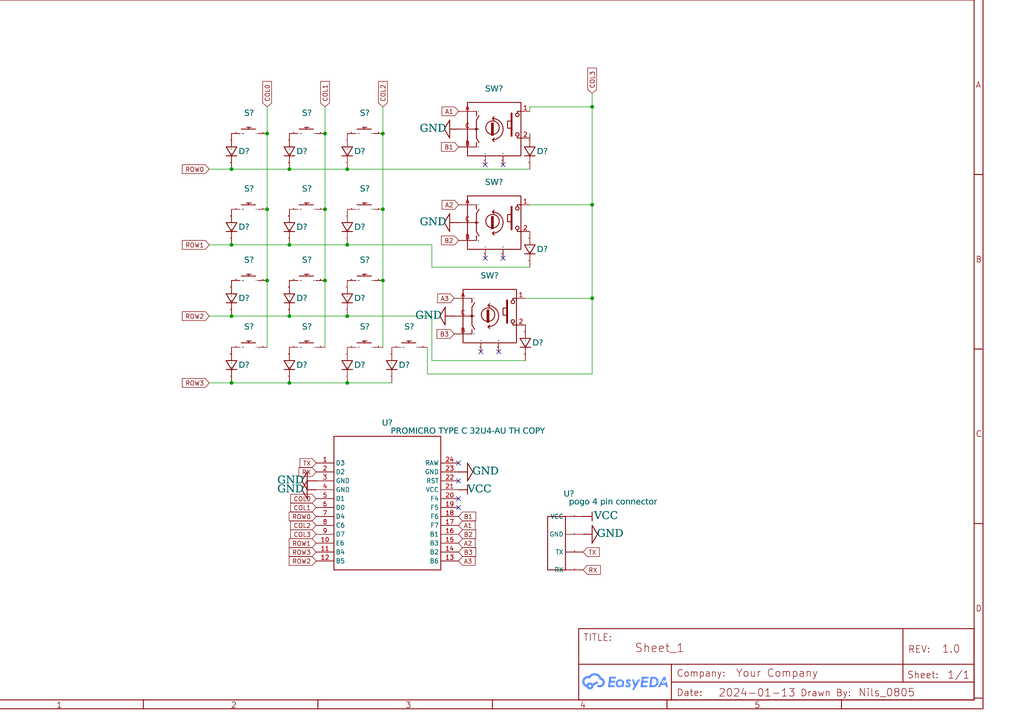
<source format=kicad_sch>
(kicad_sch (version 20231120) (generator "eeschema") (generator_version "8.0")
  (paper "User" 292.1 205.105)
  (lib_symbols
    (symbol "1N4007W"
      (property "Reference" "D1" (at 2.032 0.8509 0))
      (symbol "1N4007W_0_0"
        (pin unspecified line (at 0 -5.08 90) (length 3.81) (name "1") (number "1"))
        (pin unspecified line (at 0 5.08 270) (length 3.81) (name "2") (number "2"))
      )
    )
    (symbol "1N4007W_1"
      (property "Reference" "D2" (at 2.032 0.8509 0))
      (symbol "1N4007W_1_0_0"
        (pin unspecified line (at 0 -5.08 90) (length 3.81) (name "1") (number "1"))
        (pin unspecified line (at 0 5.08 270) (length 3.81) (name "2") (number "2"))
      )
    )
    (symbol "1N4007W_10"
      (property "Reference" "D11" (at 2.032 0.8509 0))
      (symbol "1N4007W_10_0_0"
        (pin unspecified line (at 0 -5.08 90) (length 3.81) (name "1") (number "1"))
        (pin unspecified line (at 0 5.08 270) (length 3.81) (name "2") (number "2"))
      )
    )
    (symbol "1N4007W_11"
      (property "Reference" "D12" (at 2.032 0.8509 0))
      (symbol "1N4007W_11_0_0"
        (pin unspecified line (at 0 -5.08 90) (length 3.81) (name "1") (number "1"))
        (pin unspecified line (at 0 5.08 270) (length 3.81) (name "2") (number "2"))
      )
    )
    (symbol "1N4007W_12"
      (property "Reference" "D13" (at 2.032 0.8509 0))
      (symbol "1N4007W_12_0_0"
        (pin unspecified line (at 0 -5.08 90) (length 3.81) (name "1") (number "1"))
        (pin unspecified line (at 0 5.08 270) (length 3.81) (name "2") (number "2"))
      )
    )
    (symbol "1N4007W_13"
      (property "Reference" "D14" (at 2.032 0.8509 0))
      (symbol "1N4007W_13_0_0"
        (pin unspecified line (at 0 -5.08 90) (length 3.81) (name "1") (number "1"))
        (pin unspecified line (at 0 5.08 270) (length 3.81) (name "2") (number "2"))
      )
    )
    (symbol "1N4007W_14"
      (property "Reference" "D15" (at 2.032 0.8509 0))
      (symbol "1N4007W_14_0_0"
        (pin unspecified line (at 0 -5.08 90) (length 3.81) (name "1") (number "1"))
        (pin unspecified line (at 0 5.08 270) (length 3.81) (name "2") (number "2"))
      )
    )
    (symbol "1N4007W_15"
      (property "Reference" "D16" (at 2.032 0.8509 0))
      (symbol "1N4007W_15_0_0"
        (pin unspecified line (at 0 -5.08 90) (length 3.81) (name "1") (number "1"))
        (pin unspecified line (at 0 5.08 270) (length 3.81) (name "2") (number "2"))
      )
    )
    (symbol "1N4007W_2"
      (property "Reference" "D3" (at 2.032 0.8509 0))
      (symbol "1N4007W_2_0_0"
        (pin unspecified line (at 0 -5.08 90) (length 3.81) (name "1") (number "1"))
        (pin unspecified line (at 0 5.08 270) (length 3.81) (name "2") (number "2"))
      )
    )
    (symbol "1N4007W_3"
      (property "Reference" "D4" (at 2.032 0.8509 0))
      (symbol "1N4007W_3_0_0"
        (pin unspecified line (at 0 -5.08 90) (length 3.81) (name "1") (number "1"))
        (pin unspecified line (at 0 5.08 270) (length 3.81) (name "2") (number "2"))
      )
    )
    (symbol "1N4007W_4"
      (property "Reference" "D5" (at 2.032 0.8509 0))
      (symbol "1N4007W_4_0_0"
        (pin unspecified line (at 0 -5.08 90) (length 3.81) (name "1") (number "1"))
        (pin unspecified line (at 0 5.08 270) (length 3.81) (name "2") (number "2"))
      )
    )
    (symbol "1N4007W_5"
      (property "Reference" "D6" (at 2.032 0.8509 0))
      (symbol "1N4007W_5_0_0"
        (pin unspecified line (at 0 -5.08 90) (length 3.81) (name "1") (number "1"))
        (pin unspecified line (at 0 5.08 270) (length 3.81) (name "2") (number "2"))
      )
    )
    (symbol "1N4007W_6"
      (property "Reference" "D7" (at 2.032 0.8509 0))
      (symbol "1N4007W_6_0_0"
        (pin unspecified line (at 0 -5.08 90) (length 3.81) (name "1") (number "1"))
        (pin unspecified line (at 0 5.08 270) (length 3.81) (name "2") (number "2"))
      )
    )
    (symbol "1N4007W_7"
      (property "Reference" "D8" (at 2.032 0.8509 0))
      (symbol "1N4007W_7_0_0"
        (pin unspecified line (at 0 -5.08 90) (length 3.81) (name "1") (number "1"))
        (pin unspecified line (at 0 5.08 270) (length 3.81) (name "2") (number "2"))
      )
    )
    (symbol "1N4007W_8"
      (property "Reference" "D9" (at 2.032 0.8509 0))
      (symbol "1N4007W_8_0_0"
        (pin unspecified line (at 0 -5.08 90) (length 3.81) (name "1") (number "1"))
        (pin unspecified line (at 0 5.08 270) (length 3.81) (name "2") (number "2"))
      )
    )
    (symbol "1N4007W_9"
      (property "Reference" "D10" (at 2.032 0.8509 0))
      (symbol "1N4007W_9_0_0"
        (pin unspecified line (at 0 -5.08 90) (length 3.81) (name "1") (number "1"))
        (pin unspecified line (at 0 5.08 270) (length 3.81) (name "2") (number "2"))
      )
    )
    (symbol "CHERRY_CHERRY_MX"
      (property "Reference" "S1" (at -1.4478 6.1849 0))
      (symbol "CHERRY_CHERRY_MX_0_0"
        (pin bidirectional line (at -5.08 -0.508 0) (length 2.4892) (name "1") (number "S1"))
        (pin bidirectional line (at 5.08 -0.508 180) (length 2.4892) (name "2") (number "S2"))
      )
    )
    (symbol "CHERRY_CHERRY_MX_1"
      (property "Reference" "S2" (at -1.4478 6.1849 0))
      (symbol "CHERRY_CHERRY_MX_1_0_0"
        (pin bidirectional line (at -5.08 -0.508 0) (length 2.4892) (name "1") (number "S1"))
        (pin bidirectional line (at 5.08 -0.508 180) (length 2.4892) (name "2") (number "S2"))
      )
    )
    (symbol "CHERRY_CHERRY_MX_10"
      (property "Reference" "S11" (at -1.4478 6.1849 0))
      (symbol "CHERRY_CHERRY_MX_10_0_0"
        (pin bidirectional line (at -5.08 -0.508 0) (length 2.4892) (name "1") (number "S1"))
        (pin bidirectional line (at 5.08 -0.508 180) (length 2.4892) (name "2") (number "S2"))
      )
    )
    (symbol "CHERRY_CHERRY_MX_11"
      (property "Reference" "S12" (at -1.4478 6.1849 0))
      (symbol "CHERRY_CHERRY_MX_11_0_0"
        (pin bidirectional line (at -5.08 -0.508 0) (length 2.4892) (name "1") (number "S1"))
        (pin bidirectional line (at 5.08 -0.508 180) (length 2.4892) (name "2") (number "S2"))
      )
    )
    (symbol "CHERRY_CHERRY_MX_12"
      (property "Reference" "S13" (at -1.4478 6.1849 0))
      (symbol "CHERRY_CHERRY_MX_12_0_0"
        (pin bidirectional line (at -5.08 -0.508 0) (length 2.4892) (name "1") (number "S1"))
        (pin bidirectional line (at 5.08 -0.508 180) (length 2.4892) (name "2") (number "S2"))
      )
    )
    (symbol "CHERRY_CHERRY_MX_2"
      (property "Reference" "S3" (at -1.4478 6.1849 0))
      (symbol "CHERRY_CHERRY_MX_2_0_0"
        (pin bidirectional line (at -5.08 -0.508 0) (length 2.4892) (name "1") (number "S1"))
        (pin bidirectional line (at 5.08 -0.508 180) (length 2.4892) (name "2") (number "S2"))
      )
    )
    (symbol "CHERRY_CHERRY_MX_3"
      (property "Reference" "S4" (at -1.4478 6.1849 0))
      (symbol "CHERRY_CHERRY_MX_3_0_0"
        (pin bidirectional line (at -5.08 -0.508 0) (length 2.4892) (name "1") (number "S1"))
        (pin bidirectional line (at 5.08 -0.508 180) (length 2.4892) (name "2") (number "S2"))
      )
    )
    (symbol "CHERRY_CHERRY_MX_4"
      (property "Reference" "S5" (at -1.4478 6.1849 0))
      (symbol "CHERRY_CHERRY_MX_4_0_0"
        (pin bidirectional line (at -5.08 -0.508 0) (length 2.4892) (name "1") (number "S1"))
        (pin bidirectional line (at 5.08 -0.508 180) (length 2.4892) (name "2") (number "S2"))
      )
    )
    (symbol "CHERRY_CHERRY_MX_5"
      (property "Reference" "S6" (at -1.4478 6.1849 0))
      (symbol "CHERRY_CHERRY_MX_5_0_0"
        (pin bidirectional line (at -5.08 -0.508 0) (length 2.4892) (name "1") (number "S1"))
        (pin bidirectional line (at 5.08 -0.508 180) (length 2.4892) (name "2") (number "S2"))
      )
    )
    (symbol "CHERRY_CHERRY_MX_6"
      (property "Reference" "S7" (at -1.4478 6.1849 0))
      (symbol "CHERRY_CHERRY_MX_6_0_0"
        (pin bidirectional line (at -5.08 -0.508 0) (length 2.4892) (name "1") (number "S1"))
        (pin bidirectional line (at 5.08 -0.508 180) (length 2.4892) (name "2") (number "S2"))
      )
    )
    (symbol "CHERRY_CHERRY_MX_7"
      (property "Reference" "S8" (at -1.4478 6.1849 0))
      (symbol "CHERRY_CHERRY_MX_7_0_0"
        (pin bidirectional line (at -5.08 -0.508 0) (length 2.4892) (name "1") (number "S1"))
        (pin bidirectional line (at 5.08 -0.508 180) (length 2.4892) (name "2") (number "S2"))
      )
    )
    (symbol "CHERRY_CHERRY_MX_8"
      (property "Reference" "S9" (at -1.4478 6.1849 0))
      (symbol "CHERRY_CHERRY_MX_8_0_0"
        (pin bidirectional line (at -5.08 -0.508 0) (length 2.4892) (name "1") (number "S1"))
        (pin bidirectional line (at 5.08 -0.508 180) (length 2.4892) (name "2") (number "S2"))
      )
    )
    (symbol "CHERRY_CHERRY_MX_9"
      (property "Reference" "S10" (at -1.4478 6.1849 0))
      (symbol "CHERRY_CHERRY_MX_9_0_0"
        (pin bidirectional line (at -5.08 -0.508 0) (length 2.4892) (name "1") (number "S1"))
        (pin bidirectional line (at 5.08 -0.508 180) (length 2.4892) (name "2") (number "S2"))
      )
    )
    (symbol "GND" (power) (pin_numbers hide) (pin_names hide)
      (property "Value" "GND" (at 0 6.35 0))
      (symbol "GND_0_0"
        (pin power_in line (at 0 0 270) (length 0) (name "GND") (number "1"))
      )
    )
    (symbol "PEC11R-4015F-S0024"
      (property "Reference" "SW1" (at -2.5654 14.8971 0))
      (symbol "PEC11R-4015F-S0024_0_0"
        (pin unspecified line (at 10.16 7.62 180) (length 2.54) (name "1") (number "1"))
        (pin unspecified line (at 10.16 0 180) (length 2.54) (name "2") (number "2"))
        (pin unspecified line (at -10.16 7.62 0) (length 5.08) (name "A") (number "A"))
        (pin unspecified line (at -10.16 -2.54 0) (length 5.08) (name "B") (number "B"))
        (pin unspecified line (at -10.16 2.54 0) (length 5.08) (name "C") (number "C"))
        (pin unspecified line (at -2.54 -7.62 90) (length 2.54) (name "MT1") (number "MT1"))
        (pin unspecified line (at 2.54 -7.62 90) (length 2.54) (name "MT2") (number "MT2"))
      )
    )
    (symbol "PEC11R-4015F-S0024_1"
      (property "Reference" "SW2" (at -2.5654 14.8971 0))
      (symbol "PEC11R-4015F-S0024_1_0_0"
        (pin unspecified line (at 10.16 7.62 180) (length 2.54) (name "1") (number "1"))
        (pin unspecified line (at 10.16 0 180) (length 2.54) (name "2") (number "2"))
        (pin unspecified line (at -10.16 7.62 0) (length 5.08) (name "A") (number "A"))
        (pin unspecified line (at -10.16 -2.54 0) (length 5.08) (name "B") (number "B"))
        (pin unspecified line (at -10.16 2.54 0) (length 5.08) (name "C") (number "C"))
        (pin unspecified line (at -2.54 -7.62 90) (length 2.54) (name "MT1") (number "MT1"))
        (pin unspecified line (at 2.54 -7.62 90) (length 2.54) (name "MT2") (number "MT2"))
      )
    )
    (symbol "PEC11R-4015F-S0024_2"
      (property "Reference" "SW3" (at -2.5654 14.8971 0))
      (symbol "PEC11R-4015F-S0024_2_0_0"
        (pin unspecified line (at 10.16 7.62 180) (length 2.54) (name "1") (number "1"))
        (pin unspecified line (at 10.16 0 180) (length 2.54) (name "2") (number "2"))
        (pin unspecified line (at -10.16 7.62 0) (length 5.08) (name "A") (number "A"))
        (pin unspecified line (at -10.16 -2.54 0) (length 5.08) (name "B") (number "B"))
        (pin unspecified line (at -10.16 2.54 0) (length 5.08) (name "C") (number "C"))
        (pin unspecified line (at -2.54 -7.62 90) (length 2.54) (name "MT1") (number "MT1"))
        (pin unspecified line (at 2.54 -7.62 90) (length 2.54) (name "MT2") (number "MT2"))
      )
    )
    (symbol "PROMICRO TYPE C 32U4-AU TH COPY"
      (property "Reference" "U2" (at -1.4986 19.9263 0))
      (property "Value" "PROMICRO TYPE C 32U4-AU TH COPY" (at -1.4986 17.6911 0))
      (symbol "PROMICRO TYPE C 32U4-AU TH COPY_0_0"
        (pin unspecified line (at -20.32 7.62 0) (length 5.08) (name "D3") (number "1"))
        (pin unspecified line (at -20.32 -15.24 0) (length 5.08) (name "E6") (number "10"))
        (pin unspecified line (at -20.32 -17.78 0) (length 5.08) (name "B4") (number "11"))
        (pin unspecified line (at -20.32 -20.32 0) (length 5.08) (name "B5") (number "12"))
        (pin unspecified line (at 20.32 -20.32 180) (length 5.08) (name "B6") (number "13"))
        (pin unspecified line (at 20.32 -17.78 180) (length 5.08) (name "B2") (number "14"))
        (pin unspecified line (at 20.32 -15.24 180) (length 5.08) (name "B3") (number "15"))
        (pin unspecified line (at 20.32 -12.7 180) (length 5.08) (name "B1") (number "16"))
        (pin unspecified line (at 20.32 -10.16 180) (length 5.08) (name "F7") (number "17"))
        (pin unspecified line (at 20.32 -7.62 180) (length 5.08) (name "F6") (number "18"))
        (pin unspecified line (at 20.32 -5.08 180) (length 5.08) (name "F5") (number "19"))
        (pin unspecified line (at -20.32 5.08 0) (length 5.08) (name "D2") (number "2"))
        (pin unspecified line (at 20.32 -2.54 180) (length 5.08) (name "F4") (number "20"))
        (pin unspecified line (at 20.32 0 180) (length 5.08) (name "VCC") (number "21"))
        (pin unspecified line (at 20.32 2.54 180) (length 5.08) (name "RST") (number "22"))
        (pin unspecified line (at 20.32 5.08 180) (length 5.08) (name "GND") (number "23"))
        (pin unspecified line (at 20.32 7.62 180) (length 5.08) (name "RAW") (number "24"))
        (pin unspecified line (at -20.32 2.54 0) (length 5.08) (name "GND") (number "3"))
        (pin unspecified line (at -20.32 0 0) (length 5.08) (name "GND") (number "4"))
        (pin unspecified line (at -20.32 -2.54 0) (length 5.08) (name "D1") (number "5"))
        (pin unspecified line (at -20.32 -5.08 0) (length 5.08) (name "D0") (number "6"))
        (pin unspecified line (at -20.32 -7.62 0) (length 5.08) (name "D4") (number "7"))
        (pin unspecified line (at -20.32 -10.16 0) (length 5.08) (name "C6") (number "8"))
        (pin unspecified line (at -20.32 -12.7 0) (length 5.08) (name "D7") (number "9"))
      )
    )
    (symbol "Unknown_0_-806"
      (symbol "Unknown_0_-806_0_0"
        (text "1" (at 27.432 -202.6539 0) (effects (font (size 1.6891 1.6891)) (justify left top)))
        (text "1" (at 27.432 -0.4699 0) (effects (font (size 1.6891 1.6891)) (justify left top)))
        (text "1.0" (at 280.0604 -186.3471 0) (effects (font (size 2.1717 2.1717)) (justify left top)))
        (text "1/1" (at 281.5844 -193.7639 0) (effects (font (size 2.1717 2.1717)) (justify left top)))
        (text "2" (at 77.216 -202.6539 0) (effects (font (size 1.6891 1.6891)) (justify left top)))
        (text "2" (at 77.216 -0.4699 0) (effects (font (size 1.6891 1.6891)) (justify left top)))
        (text "2024-01-13" (at 216.3064 -198.8439 0) (effects (font (size 2.1717 2.1717)) (justify left top)))
        (text "3" (at 127 -202.6539 0) (effects (font (size 1.6891 1.6891)) (justify left top)))
        (text "3" (at 127 -0.4699 0) (effects (font (size 1.6891 1.6891)) (justify left top)))
        (text "4" (at 176.784 -202.6539 0) (effects (font (size 1.6891 1.6891)) (justify left top)))
        (text "4" (at 176.784 -0.4699 0) (effects (font (size 1.6891 1.6891)) (justify left top)))
        (text "5" (at 226.568 -202.6539 0) (effects (font (size 1.6891 1.6891)) (justify left top)))
        (text "5" (at 226.568 -0.4699 0) (effects (font (size 1.6891 1.6891)) (justify left top)))
        (text "A" (at 0.381 -25.7429 0) (effects (font (size 1.6891 1.6891)) (justify left top)))
        (text "A" (at 289.687 -25.7429 0) (effects (font (size 1.6891 1.6891)) (justify left top)))
        (text "B" (at 0.381 -75.5269 0) (effects (font (size 1.6891 1.6891)) (justify left top)))
        (text "B" (at 289.687 -75.5269 0) (effects (font (size 1.6891 1.6891)) (justify left top)))
        (text "C" (at 0.381 -125.3109 0) (effects (font (size 1.6891 1.6891)) (justify left top)))
        (text "C" (at 289.687 -125.3109 0) (effects (font (size 1.6891 1.6891)) (justify left top)))
        (text "Company:" (at 204.3684 -193.4464 0) (effects (font (size 1.9304 1.9304)) (justify left top)))
        (text "D" (at 0.381 -175.0949 0) (effects (font (size 1.6891 1.6891)) (justify left top)))
        (text "D" (at 289.687 -175.0949 0) (effects (font (size 1.6891 1.6891)) (justify left top)))
        (text "Date:" (at 204.3684 -198.9836 0) (effects (font (size 1.9304 1.9304)) (justify left top)))
        (text "Drawn By:" (at 239.6744 -199.0344 0) (effects (font (size 1.9304 1.9304)) (justify left top)))
        (text "Nils_0805" (at 256.1844 -198.7931 0) (effects (font (size 2.1717 2.1717)) (justify left top)))
        (text "REV:" (at 270.4084 -186.5884 0) (effects (font (size 1.9304 1.9304)) (justify left top)))
        (text "Sheet:" (at 270.1544 -193.9036 0) (effects (font (size 1.9304 1.9304)) (justify left top)))
        (text "Sheet_1" (at 192.4304 -185.928 0) (effects (font (size 2.413 2.413)) (justify left top)))
        (text "TITLE:" (at 177.7746 -183.2356 0) (effects (font (size 1.9304 1.9304)) (justify left top)))
        (text "Your Company" (at 221.2848 -193.2305 0) (effects (font (size 2.1717 2.1717)) (justify left top)))
      )
    )
    (symbol "VCC" (power) (pin_numbers hide) (pin_names hide)
      (property "Value" "VCC" (at 0 3.81 0))
      (symbol "VCC_0_0"
        (pin power_in line (at 0 0 270) (length 0) (name "VCC") (number "1"))
      )
    )
    (symbol "pogo 4 pin connector"
      (property "Reference" "U3" (at -0.508 14.9225 0))
      (property "Value" "pogo 4 pin connector" (at -0.508 12.7127 0))
      (symbol "pogo 4 pin connector_0_0"
        (pin unspecified line (at 5.08 -7.62 180) (length 5.08) (name "RX") (number "1"))
        (pin unspecified line (at 5.08 -2.54 180) (length 5.08) (name "TX") (number "2"))
        (pin unspecified line (at 5.08 2.54 180) (length 5.08) (name "GND") (number "3"))
        (pin unspecified line (at 5.08 7.62 180) (length 5.08) (name "VCC") (number "4"))
      )
    )
  )
  (junction (at 66.04 48.26))
  (junction (at 92.71 38.1))
  (junction (at 109.22 59.69))
  (junction (at 82.55 48.26))
  (junction (at 92.71 59.69))
  (junction (at 92.71 80.01))
  (junction (at 76.2 38.1))
  (junction (at 66.04 69.85))
  (junction (at 99.06 48.26))
  (junction (at 109.22 38.1))
  (junction (at 99.06 69.85))
  (junction (at 109.22 80.01))
  (junction (at 99.06 90.17))
  (junction (at 168.91 85.09))
  (junction (at 66.04 109.22))
  (junction (at 99.06 109.22))
  (junction (at 82.55 90.17))
  (junction (at 66.04 90.17))
  (junction (at 168.91 58.42))
  (junction (at 168.91 30.48))
  (junction (at 76.2 80.01))
  (junction (at 82.55 69.85))
  (junction (at 76.2 59.69))
  (junction (at 82.55 109.22))
  (no_connect (at 138.43 46.99))
  (no_connect (at 130.81 132.08))
  (no_connect (at 143.51 73.66))
  (no_connect (at 130.81 137.16))
  (no_connect (at 143.51 46.99))
  (no_connect (at 130.81 142.24))
  (no_connect (at 142.24 100.33))
  (no_connect (at 138.43 73.66))
  (no_connect (at 137.16 100.33))
  (no_connect (at 130.81 144.78))
  (wire (pts (xy 151.13 76.2) (xy 123.19 76.2)))
  (wire (pts (xy 109.22 59.69) (xy 109.22 38.1)))
  (wire (pts (xy 123.19 76.2) (xy 123.19 69.85)))
  (wire (pts (xy 123.19 69.85) (xy 99.06 69.85)))
  (wire (pts (xy 59.69 48.26) (xy 66.04 48.26)))
  (wire (pts (xy 76.2 80.01) (xy 76.2 59.69)))
  (wire (pts (xy 151.13 30.48) (xy 168.91 30.48)))
  (wire (pts (xy 66.04 69.85) (xy 59.69 69.85)))
  (wire (pts (xy 168.91 30.48) (xy 168.91 26.67)))
  (wire (pts (xy 82.55 90.17) (xy 66.04 90.17)))
  (wire (pts (xy 149.86 85.09) (xy 168.91 85.09)))
  (wire (pts (xy 123.19 90.17) (xy 99.06 90.17)))
  (wire (pts (xy 168.91 106.68) (xy 168.91 85.09)))
  (wire (pts (xy 109.22 99.06) (xy 109.22 80.01)))
  (wire (pts (xy 149.86 102.87) (xy 123.19 102.87)))
  (wire (pts (xy 121.92 99.06) (xy 121.92 106.68)))
  (wire (pts (xy 109.22 38.1) (xy 109.22 30.48)))
  (wire (pts (xy 92.71 99.06) (xy 92.71 80.01)))
  (wire (pts (xy 76.2 99.06) (xy 76.2 80.01)))
  (wire (pts (xy 111.76 109.22) (xy 99.06 109.22)))
  (wire (pts (xy 109.22 80.01) (xy 109.22 59.69)))
  (wire (pts (xy 92.71 38.1) (xy 92.71 30.48)))
  (wire (pts (xy 99.06 48.26) (xy 151.13 48.26)))
  (wire (pts (xy 92.71 80.01) (xy 92.71 59.69)))
  (wire (pts (xy 82.55 109.22) (xy 66.04 109.22)))
  (wire (pts (xy 99.06 109.22) (xy 82.55 109.22)))
  (wire (pts (xy 82.55 69.85) (xy 66.04 69.85)))
  (wire (pts (xy 151.13 39.37) (xy 151.13 38.1)))
  (wire (pts (xy 123.19 102.87) (xy 123.19 90.17)))
  (wire (pts (xy 82.55 48.26) (xy 99.06 48.26)))
  (wire (pts (xy 151.13 31.75) (xy 151.13 30.48)))
  (wire (pts (xy 76.2 59.69) (xy 76.2 38.1)))
  (wire (pts (xy 92.71 59.69) (xy 92.71 38.1)))
  (wire (pts (xy 99.06 90.17) (xy 82.55 90.17)))
  (wire (pts (xy 151.13 58.42) (xy 168.91 58.42)))
  (wire (pts (xy 168.91 58.42) (xy 168.91 30.48)))
  (wire (pts (xy 66.04 90.17) (xy 59.69 90.17)))
  (wire (pts (xy 66.04 109.22) (xy 59.69 109.22)))
  (wire (pts (xy 66.04 48.26) (xy 82.55 48.26)))
  (wire (pts (xy 76.2 38.1) (xy 76.2 30.48)))
  (wire (pts (xy 168.91 85.09) (xy 168.91 58.42)))
  (wire (pts (xy 99.06 69.85) (xy 82.55 69.85)))
  (wire (pts (xy 121.92 106.68) (xy 168.91 106.68)))
  (global_label "COL2" (shape input) (at 90.17 149.86 180) (property "Intersheetrefs" "${INTERSHEET_REFS}" (effects (hide yes))))
  (global_label "B1" (shape input) (at 130.81 41.91 180) (property "Intersheetrefs" "${INTERSHEET_REFS}" (effects (hide yes))))
  (global_label "RX" (shape input) (at 166.37 162.56 0) (property "Intersheetrefs" "${INTERSHEET_REFS}" (effects (hide yes))))
  (global_label "ROW3" (shape input) (at 90.17 157.48 180) (property "Intersheetrefs" "${INTERSHEET_REFS}" (effects (hide yes))))
  (global_label "B1" (shape input) (at 130.81 147.32 0) (property "Intersheetrefs" "${INTERSHEET_REFS}" (effects (hide yes))))
  (global_label "RX" (shape input) (at 90.17 134.62 180) (property "Intersheetrefs" "${INTERSHEET_REFS}" (effects (hide yes))))
  (global_label "COL0" (shape input) (at 90.17 142.24 180) (property "Intersheetrefs" "${INTERSHEET_REFS}" (effects (hide yes))))
  (global_label "COL1" (shape input) (at 92.71 30.48 90) (property "Intersheetrefs" "${INTERSHEET_REFS}" (effects (hide yes))))
  (global_label "A3" (shape input) (at 130.81 160.02 0) (property "Intersheetrefs" "${INTERSHEET_REFS}" (effects (hide yes))))
  (global_label "A1" (shape input) (at 130.81 31.75 180) (property "Intersheetrefs" "${INTERSHEET_REFS}" (effects (hide yes))))
  (global_label "COL0" (shape input) (at 76.2 30.48 90) (property "Intersheetrefs" "${INTERSHEET_REFS}" (effects (hide yes))))
  (global_label "COL3" (shape input) (at 168.91 26.67 90) (property "Intersheetrefs" "${INTERSHEET_REFS}" (effects (hide yes))))
  (global_label "B2" (shape input) (at 130.81 152.4 0) (property "Intersheetrefs" "${INTERSHEET_REFS}" (effects (hide yes))))
  (global_label "TX" (shape input) (at 166.37 157.48 0) (property "Intersheetrefs" "${INTERSHEET_REFS}" (effects (hide yes))))
  (global_label "A2" (shape input) (at 130.81 58.42 180) (property "Intersheetrefs" "${INTERSHEET_REFS}" (effects (hide yes))))
  (global_label "ROW3" (shape input) (at 59.69 109.22 180) (property "Intersheetrefs" "${INTERSHEET_REFS}" (effects (hide yes))))
  (global_label "ROW1" (shape input) (at 90.17 154.94 180) (property "Intersheetrefs" "${INTERSHEET_REFS}" (effects (hide yes))))
  (global_label "COL3" (shape input) (at 90.17 152.4 180) (property "Intersheetrefs" "${INTERSHEET_REFS}" (effects (hide yes))))
  (global_label "TX" (shape input) (at 90.17 132.08 180) (property "Intersheetrefs" "${INTERSHEET_REFS}" (effects (hide yes))))
  (global_label "COL1" (shape input) (at 90.17 144.78 180) (property "Intersheetrefs" "${INTERSHEET_REFS}" (effects (hide yes))))
  (global_label "B3" (shape input) (at 129.54 95.25 180) (property "Intersheetrefs" "${INTERSHEET_REFS}" (effects (hide yes))))
  (global_label "A3" (shape input) (at 129.54 85.09 180) (property "Intersheetrefs" "${INTERSHEET_REFS}" (effects (hide yes))))
  (global_label "B3" (shape input) (at 130.81 157.48 0) (property "Intersheetrefs" "${INTERSHEET_REFS}" (effects (hide yes))))
  (global_label "COL2" (shape input) (at 109.22 30.48 90) (property "Intersheetrefs" "${INTERSHEET_REFS}" (effects (hide yes))))
  (global_label "ROW0" (shape input) (at 90.17 147.32 180) (property "Intersheetrefs" "${INTERSHEET_REFS}" (effects (hide yes))))
  (global_label "ROW1" (shape input) (at 59.69 69.85 180) (property "Intersheetrefs" "${INTERSHEET_REFS}" (effects (hide yes))))
  (global_label "ROW2" (shape input) (at 59.69 90.17 180) (property "Intersheetrefs" "${INTERSHEET_REFS}" (effects (hide yes))))
  (global_label "B2" (shape input) (at 130.81 68.58 180) (property "Intersheetrefs" "${INTERSHEET_REFS}" (effects (hide yes))))
  (global_label "A1" (shape input) (at 130.81 149.86 0) (property "Intersheetrefs" "${INTERSHEET_REFS}" (effects (hide yes))))
  (global_label "A2" (shape input) (at 130.81 154.94 0) (property "Intersheetrefs" "${INTERSHEET_REFS}" (effects (hide yes))))
  (global_label "ROW2" (shape input) (at 90.17 160.02 180) (property "Intersheetrefs" "${INTERSHEET_REFS}" (effects (hide yes))))
  (global_label "ROW0" (shape input) (at 59.69 48.26 180) (property "Intersheetrefs" "${INTERSHEET_REFS}" (effects (hide yes))))
  (symbol (lib_id "1N4007W_2") (at 99.06 43.18 0) (unit 1)
    (property "Reference" "D?" (at 101.092 42.3291 0) (effects (font (size 1.6891 1.6891)) (justify left top)))
    (property "Value" "1N4007W" (effects (hide yes)))
    (property "Manufacturer Part" "1N4007W" (effects (hide yes)))
    (property "Manufacturer" "BLUE ROCKET" (effects (hide yes)))
    (property "Supplier Part" "C328592" (effects (hide yes)))
    (property "Supplier" "LCSC" (effects (hide yes)))
  )
  (symbol (lib_id "CHERRY_CHERRY_MX_4") (at 87.63 59.182 0) (unit 1)
    (property "Reference" "S?" (at 86.1822 52.9971 0) (effects (font (size 1.6891 1.6891)) (justify left top)))
    (property "Value" "CHERRY_CHERRY_MX" (effects (hide yes)))
  )
  (symbol (lib_id "CHERRY_CHERRY_MX_3") (at 71.12 59.182 0) (unit 1)
    (property "Reference" "S?" (at 69.6722 52.9971 0) (effects (font (size 1.6891 1.6891)) (justify left top)))
    (property "Value" "CHERRY_CHERRY_MX" (effects (hide yes)))
  )
  (symbol (lib_id "CHERRY_CHERRY_MX_6") (at 71.12 79.502 0) (unit 1)
    (property "Reference" "S?" (at 69.6722 73.3171 0) (effects (font (size 1.6891 1.6891)) (justify left top)))
    (property "Value" "CHERRY_CHERRY_MX" (effects (hide yes)))
  )
  (symbol (lib_id "PROMICRO TYPE C 32U4-AU TH COPY") (at 110.49 139.7 0) (unit 1)
    (property "Reference" "U?" (at 108.9914 119.7737 0) (effects (font (size 1.6891 1.6891)) (justify left top)))
    (property "Value" "PROMICRO TYPE C 32U4-AU TH COPY" (at 108.9914 122.0089 0) (effects (font (size 1.6891 1.6891)) (justify left top)))
  )
  (symbol (lib_id "pogo 4 pin connector") (at 161.29 154.94 0) (unit 1)
    (property "Reference" "U?" (at 160.782 140.0175 0) (effects (font (size 1.6891 1.6891)) (justify left top)))
    (property "Value" "pogo 4 pin connector" (at 160.782 142.2273 0) (effects (font (size 1.6891 1.6891)) (justify left top)))
    (property "Datasheet" "https://www.lcsc.com/product-detail/Thimble-Copper-Rod-Test-Ring_Xinyangze-YZ165615055F-04025-01_C5296819.html" (effects (hide yes)))
    (property "Supplier Part" "C5296819" (effects (hide yes)))
    (property "Supplier" "LCSC" (effects (hide yes)))
  )
  (symbol (lib_id "CHERRY_CHERRY_MX") (at 71.12 37.592 0) (unit 1)
    (property "Reference" "S?" (at 69.6722 31.4071 0) (effects (font (size 1.6891 1.6891)) (justify left top)))
    (property "Value" "CHERRY_CHERRY_MX" (effects (hide yes)))
  )
  (symbol (lib_id "1N4007W_11") (at 66.04 104.14 0) (unit 1)
    (property "Reference" "D?" (at 68.072 103.2891 0) (effects (font (size 1.6891 1.6891)) (justify left top)))
    (property "Value" "1N4007W" (effects (hide yes)))
    (property "Manufacturer Part" "1N4007W" (effects (hide yes)))
    (property "Manufacturer" "BLUE ROCKET" (effects (hide yes)))
    (property "Supplier Part" "C328592" (effects (hide yes)))
    (property "Supplier" "LCSC" (effects (hide yes)))
  )
  (symbol (lib_id "GND") (at 90.17 137.16 270) (unit 1)
    (property "Reference" "#PWR?" (effects (hide yes)))
    (property "Value" "GND" (at 79.375 138.2268 -270) (effects (font (size 2.1717 2.1717)) (justify left bottom)))
    (property "Description" "Spannungssymbol erstellt einen globalen Bezeichner mit Namen \"GND\"" (effects (hide yes)))
  )
  (symbol (lib_id "1N4007W") (at 66.04 43.18 0) (unit 1)
    (property "Reference" "D?" (at 68.072 42.3291 0) (effects (font (size 1.6891 1.6891)) (justify left top)))
    (property "Value" "1N4007W" (effects (hide yes)))
    (property "Manufacturer Part" "1N4007W" (effects (hide yes)))
    (property "Manufacturer" "BLUE ROCKET" (effects (hide yes)))
    (property "Supplier Part" "C328592" (effects (hide yes)))
    (property "Supplier" "LCSC" (effects (hide yes)))
  )
  (symbol (lib_id "1N4007W_12") (at 151.13 43.18 0) (unit 1)
    (property "Reference" "D?" (at 153.162 42.3291 0) (effects (font (size 1.6891 1.6891)) (justify left top)))
    (property "Value" "1N4007W" (effects (hide yes)))
    (property "Manufacturer Part" "1N4007W" (effects (hide yes)))
    (property "Manufacturer" "BLUE ROCKET" (effects (hide yes)))
    (property "Supplier Part" "C328592" (effects (hide yes)))
    (property "Supplier" "LCSC" (effects (hide yes)))
  )
  (symbol (lib_id "PEC11R-4015F-S0024_1") (at 140.97 66.04 0) (unit 1)
    (property "Reference" "SW?" (at 138.4046 51.1429 0) (effects (font (size 1.6891 1.6891)) (justify left top)))
    (property "Value" "PEC11R-4015F-S0024" (effects (hide yes)))
    (property "Manufacturer Part" "PEC11R-4015F-S0024" (effects (hide yes)))
    (property "Manufacturer" "BOURNS" (effects (hide yes)))
    (property "Supplier Part" "C143789" (effects (hide yes)))
    (property "Supplier" "LCSC" (effects (hide yes)))
  )
  (symbol (lib_id "1N4007W_14") (at 149.86 97.79 0) (unit 1)
    (property "Reference" "D?" (at 151.892 96.9391 0) (effects (font (size 1.6891 1.6891)) (justify left top)))
    (property "Value" "1N4007W" (effects (hide yes)))
    (property "Manufacturer Part" "1N4007W" (effects (hide yes)))
    (property "Manufacturer" "BLUE ROCKET" (effects (hide yes)))
    (property "Supplier Part" "C328592" (effects (hide yes)))
    (property "Supplier" "LCSC" (effects (hide yes)))
  )
  (symbol (lib_id "CHERRY_CHERRY_MX_7") (at 87.63 79.502 0) (unit 1)
    (property "Reference" "S?" (at 86.1822 73.3171 0) (effects (font (size 1.6891 1.6891)) (justify left top)))
    (property "Value" "CHERRY_CHERRY_MX" (effects (hide yes)))
  )
  (symbol (lib_id "GND") (at 130.81 36.83 270) (unit 1)
    (property "Reference" "#PWR?" (effects (hide yes)))
    (property "Value" "GND" (at 120.015 37.8968 -270) (effects (font (size 2.1717 2.1717)) (justify left bottom)))
    (property "Description" "Spannungssymbol erstellt einen globalen Bezeichner mit Namen \"GND\"" (effects (hide yes)))
  )
  (symbol (lib_id "CHERRY_CHERRY_MX_1") (at 87.63 37.592 0) (unit 1)
    (property "Reference" "S?" (at 86.1822 31.4071 0) (effects (font (size 1.6891 1.6891)) (justify left top)))
    (property "Value" "CHERRY_CHERRY_MX" (effects (hide yes)))
  )
  (symbol (lib_id "CHERRY_CHERRY_MX_11") (at 71.12 98.552 0) (unit 1)
    (property "Reference" "S?" (at 69.6722 92.3671 0) (effects (font (size 1.6891 1.6891)) (justify left top)))
    (property "Value" "CHERRY_CHERRY_MX" (effects (hide yes)))
  )
  (symbol (lib_id "1N4007W_15") (at 111.76 104.14 0) (unit 1)
    (property "Reference" "D?" (at 113.792 103.2891 0) (effects (font (size 1.6891 1.6891)) (justify left top)))
    (property "Value" "1N4007W" (effects (hide yes)))
    (property "Manufacturer Part" "1N4007W" (effects (hide yes)))
    (property "Manufacturer" "BLUE ROCKET" (effects (hide yes)))
    (property "Supplier Part" "C328592" (effects (hide yes)))
    (property "Supplier" "LCSC" (effects (hide yes)))
  )
  (symbol (lib_id "1N4007W_7") (at 82.55 85.09 0) (unit 1)
    (property "Reference" "D?" (at 84.582 84.2391 0) (effects (font (size 1.6891 1.6891)) (justify left top)))
    (property "Value" "1N4007W" (effects (hide yes)))
    (property "Manufacturer Part" "1N4007W" (effects (hide yes)))
    (property "Manufacturer" "BLUE ROCKET" (effects (hide yes)))
    (property "Supplier Part" "C328592" (effects (hide yes)))
    (property "Supplier" "LCSC" (effects (hide yes)))
  )
  (symbol (lib_id "Unknown_0_-806") (at -11.43 -2.54 0) (unit 1)
    (property "Reference" "A?" (effects (hide yes)))
    (property "Value" "A" (effects (hide yes)))
    (property "Manufacturer Part" "?" (effects (hide yes)))
  )
  (symbol (lib_id "PEC11R-4015F-S0024") (at 140.97 39.37 0) (unit 1)
    (property "Reference" "SW?" (at 138.4046 24.4729 0) (effects (font (size 1.6891 1.6891)) (justify left top)))
    (property "Value" "PEC11R-4015F-S0024" (effects (hide yes)))
    (property "Manufacturer Part" "PEC11R-4015F-S0024" (effects (hide yes)))
    (property "Manufacturer" "BOURNS" (effects (hide yes)))
    (property "Supplier Part" "C143789" (effects (hide yes)))
    (property "Supplier" "LCSC" (effects (hide yes)))
  )
  (symbol (lib_id "1N4007W_5") (at 99.06 64.77 0) (unit 1)
    (property "Reference" "D?" (at 101.092 63.9191 0) (effects (font (size 1.6891 1.6891)) (justify left top)))
    (property "Value" "1N4007W" (effects (hide yes)))
    (property "Manufacturer Part" "1N4007W" (effects (hide yes)))
    (property "Manufacturer" "BLUE ROCKET" (effects (hide yes)))
    (property "Supplier Part" "C328592" (effects (hide yes)))
    (property "Supplier" "LCSC" (effects (hide yes)))
  )
  (symbol (lib_id "GND") (at 166.37 152.4 90) (unit 1)
    (property "Reference" "#PWR?" (effects (hide yes)))
    (property "Value" "GND" (at 170.561 153.4668 -90) (effects (font (size 2.1717 2.1717)) (justify left bottom)))
    (property "Description" "Spannungssymbol erstellt einen globalen Bezeichner mit Namen \"GND\"" (effects (hide yes)))
  )
  (symbol (lib_id "CHERRY_CHERRY_MX_10") (at 87.63 98.552 0) (unit 1)
    (property "Reference" "S?" (at 86.1822 92.3671 0) (effects (font (size 1.6891 1.6891)) (justify left top)))
    (property "Value" "CHERRY_CHERRY_MX" (effects (hide yes)))
  )
  (symbol (lib_id "CHERRY_CHERRY_MX_9") (at 104.14 98.552 0) (unit 1)
    (property "Reference" "S?" (at 102.6922 92.3671 0) (effects (font (size 1.6891 1.6891)) (justify left top)))
    (property "Value" "CHERRY_CHERRY_MX" (effects (hide yes)))
  )
  (symbol (lib_id "1N4007W_6") (at 66.04 85.09 0) (unit 1)
    (property "Reference" "D?" (at 68.072 84.2391 0) (effects (font (size 1.6891 1.6891)) (justify left top)))
    (property "Value" "1N4007W" (effects (hide yes)))
    (property "Manufacturer Part" "1N4007W" (effects (hide yes)))
    (property "Manufacturer" "BLUE ROCKET" (effects (hide yes)))
    (property "Supplier Part" "C328592" (effects (hide yes)))
    (property "Supplier" "LCSC" (effects (hide yes)))
  )
  (symbol (lib_id "1N4007W_4") (at 82.55 64.77 0) (unit 1)
    (property "Reference" "D?" (at 84.582 63.9191 0) (effects (font (size 1.6891 1.6891)) (justify left top)))
    (property "Value" "1N4007W" (effects (hide yes)))
    (property "Manufacturer Part" "1N4007W" (effects (hide yes)))
    (property "Manufacturer" "BLUE ROCKET" (effects (hide yes)))
    (property "Supplier Part" "C328592" (effects (hide yes)))
    (property "Supplier" "LCSC" (effects (hide yes)))
  )
  (symbol (lib_id "CHERRY_CHERRY_MX_8") (at 104.14 79.502 0) (unit 1)
    (property "Reference" "S?" (at 102.6922 73.3171 0) (effects (font (size 1.6891 1.6891)) (justify left top)))
    (property "Value" "CHERRY_CHERRY_MX" (effects (hide yes)))
  )
  (symbol (lib_id "GND") (at 130.81 134.62 90) (unit 1)
    (property "Reference" "#PWR?" (effects (hide yes)))
    (property "Value" "GND" (at 135.001 135.6868 -90) (effects (font (size 2.1717 2.1717)) (justify left bottom)))
    (property "Description" "Spannungssymbol erstellt einen globalen Bezeichner mit Namen \"GND\"" (effects (hide yes)))
  )
  (symbol (lib_id "CHERRY_CHERRY_MX_5") (at 104.14 59.182 0) (unit 1)
    (property "Reference" "S?" (at 102.6922 52.9971 0) (effects (font (size 1.6891 1.6891)) (justify left top)))
    (property "Value" "CHERRY_CHERRY_MX" (effects (hide yes)))
  )
  (symbol (lib_id "1N4007W_9") (at 99.06 104.14 0) (unit 1)
    (property "Reference" "D?" (at 101.092 103.2891 0) (effects (font (size 1.6891 1.6891)) (justify left top)))
    (property "Value" "1N4007W" (effects (hide yes)))
    (property "Manufacturer Part" "1N4007W" (effects (hide yes)))
    (property "Manufacturer" "BLUE ROCKET" (effects (hide yes)))
    (property "Supplier Part" "C328592" (effects (hide yes)))
    (property "Supplier" "LCSC" (effects (hide yes)))
  )
  (symbol (lib_id "CHERRY_CHERRY_MX_12") (at 116.84 98.552 0) (unit 1)
    (property "Reference" "S?" (at 115.3922 92.3671 0) (effects (font (size 1.6891 1.6891)) (justify left top)))
    (property "Value" "CHERRY_CHERRY_MX" (effects (hide yes)))
  )
  (symbol (lib_id "GND") (at 130.81 63.5 270) (unit 1)
    (property "Reference" "#PWR?" (effects (hide yes)))
    (property "Value" "GND" (at 120.015 64.5668 -270) (effects (font (size 2.1717 2.1717)) (justify left bottom)))
    (property "Description" "Spannungssymbol erstellt einen globalen Bezeichner mit Namen \"GND\"" (effects (hide yes)))
  )
  (symbol (lib_id "1N4007W_13") (at 151.13 71.12 0) (unit 1)
    (property "Reference" "D?" (at 153.162 70.2691 0) (effects (font (size 1.6891 1.6891)) (justify left top)))
    (property "Value" "1N4007W" (effects (hide yes)))
    (property "Manufacturer Part" "1N4007W" (effects (hide yes)))
    (property "Manufacturer" "BLUE ROCKET" (effects (hide yes)))
    (property "Supplier Part" "C328592" (effects (hide yes)))
    (property "Supplier" "LCSC" (effects (hide yes)))
  )
  (symbol (lib_id "GND") (at 90.17 139.7 270) (unit 1)
    (property "Reference" "#PWR?" (effects (hide yes)))
    (property "Value" "GND" (at 79.375 140.7668 -270) (effects (font (size 2.1717 2.1717)) (justify left bottom)))
    (property "Description" "Spannungssymbol erstellt einen globalen Bezeichner mit Namen \"GND\"" (effects (hide yes)))
  )
  (symbol (lib_id "VCC") (at 166.37 147.32 90) (mirror x) (unit 1)
    (property "Reference" "#PWR?" (effects (hide yes)))
    (property "Value" "VCC" (at 169.5704 148.3868 -270) (effects (font (size 2.1717 2.1717)) (justify right bottom)))
    (property "Description" "Spannungssymbol erstellt einen globalen Bezeichner mit Namen \"VCC\"" (effects (hide yes)))
  )
  (symbol (lib_id "PEC11R-4015F-S0024_2") (at 139.7 92.71 0) (unit 1)
    (property "Reference" "SW?" (at 137.1346 77.8129 0) (effects (font (size 1.6891 1.6891)) (justify left top)))
    (property "Value" "PEC11R-4015F-S0024" (effects (hide yes)))
    (property "Manufacturer Part" "PEC11R-4015F-S0024" (effects (hide yes)))
    (property "Manufacturer" "BOURNS" (effects (hide yes)))
    (property "Supplier Part" "C143789" (effects (hide yes)))
    (property "Supplier" "LCSC" (effects (hide yes)))
  )
  (symbol (lib_id "1N4007W_8") (at 99.06 85.09 0) (unit 1)
    (property "Reference" "D?" (at 101.092 84.2391 0) (effects (font (size 1.6891 1.6891)) (justify left top)))
    (property "Value" "1N4007W" (effects (hide yes)))
    (property "Manufacturer Part" "1N4007W" (effects (hide yes)))
    (property "Manufacturer" "BLUE ROCKET" (effects (hide yes)))
    (property "Supplier Part" "C328592" (effects (hide yes)))
    (property "Supplier" "LCSC" (effects (hide yes)))
  )
  (symbol (lib_id "1N4007W_1") (at 82.55 43.18 0) (unit 1)
    (property "Reference" "D?" (at 84.582 42.3291 0) (effects (font (size 1.6891 1.6891)) (justify left top)))
    (property "Value" "1N4007W" (effects (hide yes)))
    (property "Manufacturer Part" "1N4007W" (effects (hide yes)))
    (property "Manufacturer" "BLUE ROCKET" (effects (hide yes)))
    (property "Supplier Part" "C328592" (effects (hide yes)))
    (property "Supplier" "LCSC" (effects (hide yes)))
  )
  (symbol (lib_id "CHERRY_CHERRY_MX_2") (at 104.14 37.592 0) (unit 1)
    (property "Reference" "S?" (at 102.6922 31.4071 0) (effects (font (size 1.6891 1.6891)) (justify left top)))
    (property "Value" "CHERRY_CHERRY_MX" (effects (hide yes)))
  )
  (symbol (lib_id "1N4007W_10") (at 82.55 104.14 0) (unit 1)
    (property "Reference" "D?" (at 84.582 103.2891 0) (effects (font (size 1.6891 1.6891)) (justify left top)))
    (property "Value" "1N4007W" (effects (hide yes)))
    (property "Manufacturer Part" "1N4007W" (effects (hide yes)))
    (property "Manufacturer" "BLUE ROCKET" (effects (hide yes)))
    (property "Supplier Part" "C328592" (effects (hide yes)))
    (property "Supplier" "LCSC" (effects (hide yes)))
  )
  (symbol (lib_id "1N4007W_3") (at 66.04 64.77 0) (unit 1)
    (property "Reference" "D?" (at 68.072 63.9191 0) (effects (font (size 1.6891 1.6891)) (justify left top)))
    (property "Value" "1N4007W" (effects (hide yes)))
    (property "Manufacturer Part" "1N4007W" (effects (hide yes)))
    (property "Manufacturer" "BLUE ROCKET" (effects (hide yes)))
    (property "Supplier Part" "C328592" (effects (hide yes)))
    (property "Supplier" "LCSC" (effects (hide yes)))
  )
  (symbol (lib_id "VCC") (at 130.81 139.7 90) (mirror x) (unit 1)
    (property "Reference" "#PWR?" (effects (hide yes)))
    (property "Value" "VCC" (at 133.477 140.7668 -270) (effects (font (size 2.1717 2.1717)) (justify right bottom)))
    (property "Description" "Spannungssymbol erstellt einen globalen Bezeichner mit Namen \"VCC\"" (effects (hide yes)))
  )
  (symbol (lib_id "GND") (at 129.54 90.17 270) (unit 1)
    (property "Reference" "#PWR?" (effects (hide yes)))
    (property "Value" "GND" (at 118.745 91.2368 -270) (effects (font (size 2.1717 2.1717)) (justify left bottom)))
    (property "Description" "Spannungssymbol erstellt einen globalen Bezeichner mit Namen \"GND\"" (effects (hide yes)))
  )
)
</source>
